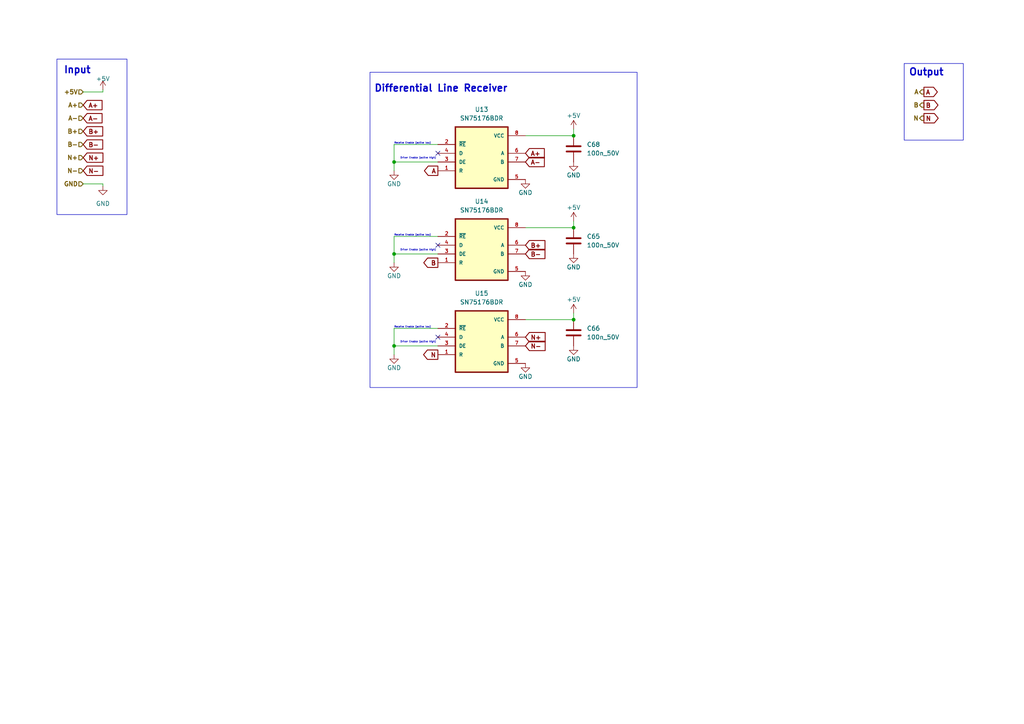
<source format=kicad_sch>
(kicad_sch (version 20231120) (generator "eeschema") (generator_version "8.0")
  (paper "A4")
  (lib_symbols
    (symbol "_C_0402:100n_50V" (pin_numbers hide) (pin_names (offset 0.254))
      (property "Reference" "C" (at 0.635 2.54 0))
      (property "Value" "100n_50V" (at 0.635 -2.54 0))
      (symbol "100n_50V_0_1"
        (polyline (pts (xy -2.032 -0.762) (xy 2.032 -0.762)) (stroke (width 0.508)))
        (polyline (pts (xy -2.032 0.762) (xy 2.032 0.762)) (stroke (width 0.508)))
      )
      (symbol "100n_50V_1_1"
        (pin passive line (at 0 3.81 270) (length 2.794) (name "~") (number "1"))
        (pin passive line (at 0 -3.81 90) (length 2.794) (name "~") (number "2"))
      )
    )
    (symbol "_Interface_UART:SN75176BDR" (pin_names (offset 1.016))
      (property "Reference" "U" (at -6.858 9.652 0))
      (property "Value" "SN75176BDR" (at -7.874 -11.43 0))
      (symbol "SN75176BDR_0_0"
        (rectangle (start -7.62 8.89) (end 7.62 -8.89) (stroke (width 0.41)) (fill (type background)))
        (pin input line (at -12.7 -3.81 0) (length 5.08) (name "R") (number "1"))
        (pin input line (at -12.7 3.81 0) (length 5.08) (name "~{RE}") (number "2"))
        (pin input line (at -12.7 -1.27 0) (length 5.08) (name "DE") (number "3"))
        (pin input line (at -12.7 1.27 0) (length 5.08) (name "D") (number "4"))
        (pin power_in line (at 12.7 -6.35 180) (length 5.08) (name "GND") (number "5"))
        (pin output line (at 12.7 1.27 180) (length 5.08) (name "A") (number "6"))
        (pin output line (at 12.7 -1.27 180) (length 5.08) (name "B") (number "7"))
        (pin power_in line (at 12.7 6.35 180) (length 5.08) (name "VCC") (number "8"))
      )
    )
    (symbol "power:+5V" (power) (pin_names (offset 0))
      (property "Value" "+5V" (at 0 3.556 0))
      (symbol "+5V_0_1"
        (polyline (pts (xy -0.762 1.27) (xy 0 2.54)))
        (polyline (pts (xy 0 0) (xy 0 2.54)))
        (polyline (pts (xy 0 2.54) (xy 0.762 1.27)))
      )
      (symbol "+5V_1_1"
        (pin power_in line (at 0 0 90) (length 0) hide (name "+5V") (number "1"))
      )
    )
    (symbol "power:GND" (power) (pin_names (offset 0))
      (property "Value" "GND" (at 0 -3.81 0))
      (symbol "GND_0_1"
        (polyline (pts (xy 0 0) (xy 0 -1.27) (xy 1.27 -1.27) (xy 0 -2.54) (xy -1.27 -1.27) (xy 0 -1.27)))
      )
      (symbol "GND_1_1"
        (pin power_in line (at 0 0 270) (length 0) hide (name "GND") (number "1"))
      )
    )
  )
  (junction (at 166.37 39.37))
  (junction (at 114.3 100.33))
  (junction (at 114.3 46.99))
  (junction (at 166.37 66.04))
  (junction (at 166.37 92.71))
  (junction (at 114.3 73.66))
  (no_connect (at 127 97.79))
  (no_connect (at 127 44.45))
  (no_connect (at 127 71.12))
  (wire (pts (xy 29.845 26.67) (xy 24.13 26.67)))
  (wire (pts (xy 114.3 73.66) (xy 127 73.66)))
  (wire (pts (xy 152.4 66.04) (xy 166.37 66.04)))
  (wire (pts (xy 29.845 53.34) (xy 29.845 53.975)))
  (wire (pts (xy 127 41.91) (xy 114.3 41.91)))
  (wire (pts (xy 166.37 64.135) (xy 166.37 66.04)))
  (wire (pts (xy 114.3 100.33) (xy 127 100.33)))
  (wire (pts (xy 152.4 92.71) (xy 166.37 92.71)))
  (wire (pts (xy 114.3 100.33) (xy 114.3 102.87)))
  (wire (pts (xy 114.3 73.66) (xy 114.3 76.2)))
  (wire (pts (xy 114.3 68.58) (xy 114.3 73.66)))
  (wire (pts (xy 114.3 41.91) (xy 114.3 46.99)))
  (wire (pts (xy 152.4 39.37) (xy 166.37 39.37)))
  (wire (pts (xy 114.3 46.99) (xy 114.3 49.53)))
  (wire (pts (xy 166.37 37.465) (xy 166.37 39.37)))
  (wire (pts (xy 114.3 95.25) (xy 114.3 100.33)))
  (wire (pts (xy 29.845 26.035) (xy 29.845 26.67)))
  (wire (pts (xy 24.13 53.34) (xy 29.845 53.34)))
  (wire (pts (xy 127 68.58) (xy 114.3 68.58)))
  (wire (pts (xy 166.37 90.805) (xy 166.37 92.71)))
  (wire (pts (xy 127 95.25) (xy 114.3 95.25)))
  (wire (pts (xy 114.3 46.99) (xy 127 46.99)))
  (rectangle (start 262.255 18.415) (end 279.4 40.64))
  (rectangle (start 107.315 20.955) (end 184.785 112.395))
  (rectangle (start 16.51 17.145) (end 36.83 62.23))
  (text "Receive Enable (active low)" (at 114.3 95.25 0) (effects (font (size 0.5 0.5) (bold yes)) (justify left bottom)))
  (text "Input" (at 18.415 21.59 0) (effects (font (size 2 2) (bold yes)) (justify left bottom)))
  (text "Receive Enable (active low)" (at 114.3 41.91 0) (effects (font (size 0.5 0.5) (bold yes)) (justify left bottom)))
  (text "Differential Line Receiver" (at 108.458 26.924 0) (effects (font (size 2 2) (bold yes)) (justify left bottom)))
  (text "Driver Enable (active high)" (at 116.078 99.568 0) (effects (font (size 0.5 0.5) (bold yes)) (justify left bottom)))
  (text "Receive Enable (active low)" (at 114.3 68.58 0) (effects (font (size 0.5 0.5) (bold yes)) (justify left bottom)))
  (text "Output" (at 263.525 22.225 0) (effects (font (size 2 2) (bold yes)) (justify left bottom)))
  (text "Driver Enable (active high)" (at 116.078 46.228 0) (effects (font (size 0.5 0.5) (bold yes)) (justify left bottom)))
  (text "Driver Enable (active high)" (at 116.078 72.898 0) (effects (font (size 0.5 0.5) (bold yes)) (justify left bottom)))
  (global_label "B+" (shape input) (at 24.13 38.1 0) (effects (font (bold yes))) (property "Intersheetrefs" "${INTERSHEET_REFS}" (effects (hide yes))))
  (global_label "N" (shape output) (at 267.97 34.29 0) (effects (font (bold yes))) (property "Intersheetrefs" "${INTERSHEET_REFS}" (effects (hide yes))))
  (global_label "A" (shape output) (at 127 49.53 180) (effects (font (bold yes))) (property "Intersheetrefs" "${INTERSHEET_REFS}" (effects (hide yes))))
  (global_label "A-" (shape input) (at 24.13 34.29 0) (effects (font (bold yes))) (property "Intersheetrefs" "${INTERSHEET_REFS}" (effects (hide yes))))
  (global_label "N-" (shape input) (at 152.4 100.33 0) (effects (font (bold yes))) (property "Intersheetrefs" "${INTERSHEET_REFS}" (effects (hide yes))))
  (global_label "B" (shape output) (at 267.97 30.48 0) (effects (font (bold yes))) (property "Intersheetrefs" "${INTERSHEET_REFS}" (effects (hide yes))))
  (global_label "A+" (shape input) (at 152.4 44.45 0) (effects (font (bold yes))) (property "Intersheetrefs" "${INTERSHEET_REFS}" (effects (hide yes))))
  (global_label "N+" (shape input) (at 24.13 45.72 0) (effects (font (bold yes))) (property "Intersheetrefs" "${INTERSHEET_REFS}" (effects (hide yes))))
  (global_label "B-" (shape input) (at 152.4 73.66 0) (effects (font (bold yes))) (property "Intersheetrefs" "${INTERSHEET_REFS}" (effects (hide yes))))
  (global_label "B-" (shape input) (at 24.13 41.91 0) (effects (font (bold yes))) (property "Intersheetrefs" "${INTERSHEET_REFS}" (effects (hide yes))))
  (global_label "N" (shape output) (at 127 102.87 180) (effects (font (bold yes))) (property "Intersheetrefs" "${INTERSHEET_REFS}" (effects (hide yes))))
  (global_label "N+" (shape input) (at 152.4 97.79 0) (effects (font (bold yes))) (property "Intersheetrefs" "${INTERSHEET_REFS}" (effects (hide yes))))
  (global_label "A+" (shape input) (at 24.13 30.48 0) (effects (font (bold yes))) (property "Intersheetrefs" "${INTERSHEET_REFS}" (effects (hide yes))))
  (global_label "A-" (shape input) (at 152.4 46.99 0) (effects (font (bold yes))) (property "Intersheetrefs" "${INTERSHEET_REFS}" (effects (hide yes))))
  (global_label "N-" (shape input) (at 24.13 49.53 0) (effects (font (bold yes))) (property "Intersheetrefs" "${INTERSHEET_REFS}" (effects (hide yes))))
  (global_label "A" (shape output) (at 267.97 26.67 0) (effects (font (bold yes))) (property "Intersheetrefs" "${INTERSHEET_REFS}" (effects (hide yes))))
  (global_label "B+" (shape input) (at 152.4 71.12 0) (effects (font (bold yes))) (property "Intersheetrefs" "${INTERSHEET_REFS}" (effects (hide yes))))
  (global_label "B" (shape output) (at 127 76.2 180) (effects (font (bold yes))) (property "Intersheetrefs" "${INTERSHEET_REFS}" (effects (hide yes))))
  (hierarchical_label "A+" (shape input) (at 24.13 30.48 180) (effects (font (bold yes))))
  (hierarchical_label "A" (shape output) (at 267.97 26.67 180) (effects (font (bold yes))))
  (hierarchical_label "B-" (shape input) (at 24.13 41.91 180) (effects (font (bold yes))))
  (hierarchical_label "N+" (shape input) (at 24.13 45.72 180) (effects (font (bold yes))))
  (hierarchical_label "GND" (shape input) (at 24.13 53.34 180) (effects (font (bold yes))))
  (hierarchical_label "+5V" (shape input) (at 24.13 26.67 180) (effects (font (bold yes))))
  (hierarchical_label "B+" (shape input) (at 24.13 38.1 180) (effects (font (bold yes))))
  (hierarchical_label "B" (shape output) (at 267.97 30.48 180) (effects (font (bold yes))))
  (hierarchical_label "A-" (shape input) (at 24.13 34.29 180) (effects (font (bold yes))))
  (hierarchical_label "N" (shape output) (at 267.97 34.29 180) (effects (font (bold yes))))
  (hierarchical_label "N-" (shape input) (at 24.13 49.53 180) (effects (font (bold yes))))
  (symbol (lib_id "power:+5V") (at 29.845 26.035 0) (unit 1)
    (property "Reference" "#PWR0253" (effects (hide yes)))
    (property "Value" "+5V" (at 29.845 22.86 0))
  )
  (symbol (lib_id "_Interface_UART:SN75176BDR") (at 139.7 45.72 0) (unit 1)
    (property "Reference" "U13" (at 139.7 31.75 0))
    (property "Value" "SN75176BDR" (at 139.7 34.29 0))
    (property "Footprint" "Package_SO:SOIC-8_3.9x4.9mm_P1.27mm" (effects (hide yes)))
    (property "Datasheet" "https://www.ti.com/lit/ds/slls101h/slls101h.pdf" (effects (hide yes)))
    (property "Description" "Bidirectional Differential Bus Transceiver" (effects (hide yes)))
    (property "MF" "TI" (effects (hide yes)))
    (property "MPN" "SN75176BDR" (effects (hide yes)))
    (property "OC_LCSC" "C7063" (effects (hide yes)))
  )
  (symbol (lib_id "power:GND") (at 152.4 78.74 0) (unit 1)
    (property "Reference" "#PWR0257" (effects (hide yes)))
    (property "Value" "GND" (at 152.4 82.55 0))
  )
  (symbol (lib_id "power:GND") (at 114.3 102.87 0) (unit 1)
    (property "Reference" "#PWR0260" (effects (hide yes)))
    (property "Value" "GND" (at 114.3 106.68 0))
  )
  (symbol (lib_id "power:+5V") (at 166.37 64.135 0) (unit 1)
    (property "Reference" "#PWR0258" (effects (hide yes)))
    (property "Value" "+5V" (at 166.37 60.198 0))
  )
  (symbol (lib_id "power:GND") (at 114.3 49.53 0) (unit 1)
    (property "Reference" "#PWR0255" (effects (hide yes)))
    (property "Value" "GND" (at 114.3 53.34 0))
  )
  (symbol (lib_id "_Interface_UART:SN75176BDR") (at 139.7 99.06 0) (unit 1)
    (property "Reference" "U15" (at 139.7 85.09 0))
    (property "Value" "SN75176BDR" (at 139.7 87.63 0))
    (property "Footprint" "Package_SO:SOIC-8_3.9x4.9mm_P1.27mm" (effects (hide yes)))
    (property "Datasheet" "https://www.ti.com/lit/ds/slls101h/slls101h.pdf" (effects (hide yes)))
    (property "Description" "Bidirectional Differential Bus Transceiver" (effects (hide yes)))
    (property "MF" "TI" (effects (hide yes)))
    (property "MPN" "SN75176BDR" (effects (hide yes)))
    (property "OC_LCSC" "C7063" (effects (hide yes)))
  )
  (symbol (lib_id "power:GND") (at 166.37 100.33 0) (unit 1)
    (property "Reference" "#PWR0265" (effects (hide yes)))
    (property "Value" "GND" (at 166.37 104.14 0))
  )
  (symbol (lib_id "power:GND") (at 114.3 76.2 0) (unit 1)
    (property "Reference" "#PWR0256" (effects (hide yes)))
    (property "Value" "GND" (at 114.3 80.01 0))
  )
  (symbol (lib_id "power:GND") (at 166.37 73.66 0) (unit 1)
    (property "Reference" "#PWR0259" (effects (hide yes)))
    (property "Value" "GND" (at 166.37 77.47 0))
  )
  (symbol (lib_id "power:GND") (at 152.4 105.41 0) (unit 1)
    (property "Reference" "#PWR0263" (effects (hide yes)))
    (property "Value" "GND" (at 152.4 109.22 0))
  )
  (symbol (lib_id "power:GND") (at 166.37 46.99 0) (unit 1)
    (property "Reference" "#PWR0262" (effects (hide yes)))
    (property "Value" "GND" (at 166.37 50.8 0))
  )
  (symbol (lib_id "_C_0402:100n_50V") (at 166.37 96.52 0) (unit 1)
    (property "Reference" "C66" (at 170.18 95.2499 0) (effects (justify left)))
    (property "Value" "100n_50V" (at 170.18 97.7899 0) (effects (justify left)))
    (property "Footprint" "Capacitor_SMD:C_0402_1005Metric" (effects (hide yes)))
    (property "Datasheet" "https://product.samsungsem.com/mlcc/CL05B104KB54PN.do" (effects (hide yes)))
    (property "Description" "Capacitor 100nF 50V X7R 10% 0402" (effects (hide yes)))
    (property "MF" "Samsung Electro-Mechanics" (effects (hide yes)))
    (property "MPN" "CL05B104KB54PNC" (effects (hide yes)))
    (property "OC_LCSC" "C307331" (effects (hide yes)))
  )
  (symbol (lib_id "power:GND") (at 152.4 52.07 0) (unit 1)
    (property "Reference" "#PWR0267" (effects (hide yes)))
    (property "Value" "GND" (at 152.4 55.88 0))
  )
  (symbol (lib_id "power:+5V") (at 166.37 90.805 0) (unit 1)
    (property "Reference" "#PWR0264" (effects (hide yes)))
    (property "Value" "+5V" (at 166.37 86.868 0))
  )
  (symbol (lib_id "_C_0402:100n_50V") (at 166.37 43.18 0) (unit 1)
    (property "Reference" "C68" (at 170.18 41.9099 0) (effects (justify left)))
    (property "Value" "100n_50V" (at 170.18 44.4499 0) (effects (justify left)))
    (property "Footprint" "Capacitor_SMD:C_0402_1005Metric" (effects (hide yes)))
    (property "Datasheet" "https://product.samsungsem.com/mlcc/CL05B104KB54PN.do" (effects (hide yes)))
    (property "Description" "Capacitor 100nF 50V X7R 10% 0402" (effects (hide yes)))
    (property "MF" "Samsung Electro-Mechanics" (effects (hide yes)))
    (property "MPN" "CL05B104KB54PNC" (effects (hide yes)))
    (property "OC_LCSC" "C307331" (effects (hide yes)))
  )
  (symbol (lib_id "_Interface_UART:SN75176BDR") (at 139.7 72.39 0) (unit 1)
    (property "Reference" "U14" (at 139.7 58.42 0))
    (property "Value" "SN75176BDR" (at 139.7 60.96 0))
    (property "Footprint" "Package_SO:SOIC-8_3.9x4.9mm_P1.27mm" (effects (hide yes)))
    (property "Datasheet" "https://www.ti.com/lit/ds/slls101h/slls101h.pdf" (effects (hide yes)))
    (property "Description" "Bidirectional Differential Bus Transceiver" (effects (hide yes)))
    (property "MF" "TI" (effects (hide yes)))
    (property "MPN" "SN75176BDR" (effects (hide yes)))
    (property "OC_LCSC" "C7063" (effects (hide yes)))
  )
  (symbol (lib_id "_C_0402:100n_50V") (at 166.37 69.85 0) (unit 1)
    (property "Reference" "C65" (at 170.18 68.5799 0) (effects (justify left)))
    (property "Value" "100n_50V" (at 170.18 71.1199 0) (effects (justify left)))
    (property "Footprint" "Capacitor_SMD:C_0402_1005Metric" (effects (hide yes)))
    (property "Datasheet" "https://product.samsungsem.com/mlcc/CL05B104KB54PN.do" (effects (hide yes)))
    (property "Description" "Capacitor 100nF 50V X7R 10% 0402" (effects (hide yes)))
    (property "MF" "Samsung Electro-Mechanics" (effects (hide yes)))
    (property "MPN" "CL05B104KB54PNC" (effects (hide yes)))
    (property "OC_LCSC" "C307331" (effects (hide yes)))
  )
  (symbol (lib_id "power:GND") (at 29.845 53.975 0) (unit 1)
    (property "Reference" "#PWR0254" (effects (hide yes)))
    (property "Value" "GND" (at 29.845 59.055 0))
  )
  (symbol (lib_id "power:+5V") (at 166.37 37.465 0) (unit 1)
    (property "Reference" "#PWR0261" (effects (hide yes)))
    (property "Value" "+5V" (at 166.37 33.528 0))
  )
)
</source>
